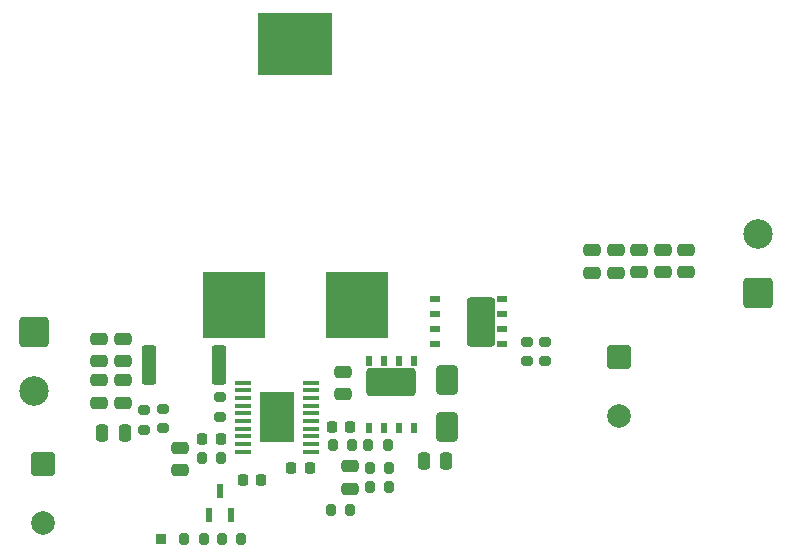
<source format=gbr>
%TF.GenerationSoftware,KiCad,Pcbnew,9.0.6*%
%TF.CreationDate,2026-02-11T18:38:51+01:00*%
%TF.ProjectId,Boost converter,426f6f73-7420-4636-9f6e-766572746572,B*%
%TF.SameCoordinates,Original*%
%TF.FileFunction,Soldermask,Top*%
%TF.FilePolarity,Negative*%
%FSLAX46Y46*%
G04 Gerber Fmt 4.6, Leading zero omitted, Abs format (unit mm)*
G04 Created by KiCad (PCBNEW 9.0.6) date 2026-02-11 18:38:51*
%MOMM*%
%LPD*%
G01*
G04 APERTURE LIST*
G04 Aperture macros list*
%AMRoundRect*
0 Rectangle with rounded corners*
0 $1 Rounding radius*
0 $2 $3 $4 $5 $6 $7 $8 $9 X,Y pos of 4 corners*
0 Add a 4 corners polygon primitive as box body*
4,1,4,$2,$3,$4,$5,$6,$7,$8,$9,$2,$3,0*
0 Add four circle primitives for the rounded corners*
1,1,$1+$1,$2,$3*
1,1,$1+$1,$4,$5*
1,1,$1+$1,$6,$7*
1,1,$1+$1,$8,$9*
0 Add four rect primitives between the rounded corners*
20,1,$1+$1,$2,$3,$4,$5,0*
20,1,$1+$1,$4,$5,$6,$7,0*
20,1,$1+$1,$6,$7,$8,$9,0*
20,1,$1+$1,$8,$9,$2,$3,0*%
G04 Aperture macros list end*
%ADD10R,0.860001X0.509999*%
%ADD11RoundRect,0.366000X-0.854000X-1.734717X0.854000X-1.734717X0.854000X1.734717X-0.854000X1.734717X0*%
%ADD12R,0.509999X0.860001*%
%ADD13RoundRect,0.366000X1.734717X-0.854000X1.734717X0.854000X-1.734717X0.854000X-1.734717X-0.854000X0*%
%ADD14RoundRect,0.200000X0.200000X0.275000X-0.200000X0.275000X-0.200000X-0.275000X0.200000X-0.275000X0*%
%ADD15R,0.558800X1.270000*%
%ADD16R,0.850000X0.850000*%
%ADD17RoundRect,0.250000X0.475000X-0.250000X0.475000X0.250000X-0.475000X0.250000X-0.475000X-0.250000X0*%
%ADD18RoundRect,0.250000X1.000000X-1.000000X1.000000X1.000000X-1.000000X1.000000X-1.000000X-1.000000X0*%
%ADD19C,2.500000*%
%ADD20RoundRect,0.250000X-0.475000X0.250000X-0.475000X-0.250000X0.475000X-0.250000X0.475000X0.250000X0*%
%ADD21RoundRect,0.200000X-0.200000X-0.275000X0.200000X-0.275000X0.200000X0.275000X-0.200000X0.275000X0*%
%ADD22RoundRect,0.250000X-0.362500X-1.425000X0.362500X-1.425000X0.362500X1.425000X-0.362500X1.425000X0*%
%ADD23RoundRect,0.225000X-0.225000X-0.250000X0.225000X-0.250000X0.225000X0.250000X-0.225000X0.250000X0*%
%ADD24RoundRect,0.225000X0.225000X0.250000X-0.225000X0.250000X-0.225000X-0.250000X0.225000X-0.250000X0*%
%ADD25RoundRect,0.200000X-0.275000X0.200000X-0.275000X-0.200000X0.275000X-0.200000X0.275000X0.200000X0*%
%ADD26RoundRect,0.200000X0.275000X-0.200000X0.275000X0.200000X-0.275000X0.200000X-0.275000X-0.200000X0*%
%ADD27R,1.422400X0.355600*%
%ADD28R,2.997200X4.191000*%
%ADD29RoundRect,0.250000X-0.750000X0.750000X-0.750000X-0.750000X0.750000X-0.750000X0.750000X0.750000X0*%
%ADD30C,2.000000*%
%ADD31RoundRect,0.250000X0.250000X0.475000X-0.250000X0.475000X-0.250000X-0.475000X0.250000X-0.475000X0*%
%ADD32RoundRect,0.250000X-0.650000X1.000000X-0.650000X-1.000000X0.650000X-1.000000X0.650000X1.000000X0*%
%ADD33RoundRect,0.250000X-0.250000X-0.475000X0.250000X-0.475000X0.250000X0.475000X-0.250000X0.475000X0*%
%ADD34RoundRect,0.250000X-1.000000X1.000000X-1.000000X-1.000000X1.000000X-1.000000X1.000000X1.000000X0*%
%ADD35R,5.334000X5.588000*%
%ADD36R,6.350000X5.283200*%
G04 APERTURE END LIST*
D10*
%TO.C,Q2*%
X180250000Y-134690000D03*
X180250000Y-135960000D03*
X180250000Y-137230000D03*
X180250000Y-138500000D03*
X185889998Y-138500000D03*
X185889998Y-137230000D03*
X185889998Y-135960000D03*
D11*
X184089999Y-136590720D03*
D10*
X185889998Y-134690000D03*
%TD*%
D12*
%TO.C,Q1*%
X174595000Y-145569999D03*
X175865000Y-145569999D03*
X177135000Y-145569999D03*
X178405000Y-145569999D03*
X178405000Y-139930001D03*
X177135000Y-139930001D03*
X175865000Y-139930001D03*
D13*
X176495720Y-141730000D03*
D12*
X174595000Y-139930001D03*
%TD*%
D14*
%TO.C,R6*%
X163825000Y-155000000D03*
X162175000Y-155000000D03*
%TD*%
%TO.C,R3*%
X160650000Y-155000000D03*
X159000000Y-155000000D03*
%TD*%
D15*
%TO.C,MOSFET1*%
X161047500Y-153000000D03*
X162952500Y-153000000D03*
X162000000Y-150917200D03*
%TD*%
D16*
%TO.C,J3*%
X157000000Y-155000000D03*
%TD*%
D14*
%TO.C,R14*%
X176325000Y-150600000D03*
X174675000Y-150600000D03*
%TD*%
D17*
%TO.C,C18*%
X197500000Y-132400000D03*
X197500000Y-130500000D03*
%TD*%
D18*
%TO.C,J2*%
X207567500Y-134200000D03*
D19*
X207567500Y-129200000D03*
%TD*%
D20*
%TO.C,C16*%
X153800000Y-141550000D03*
X153800000Y-143450000D03*
%TD*%
D21*
%TO.C,R13*%
X174675000Y-149000000D03*
X176325000Y-149000000D03*
%TD*%
D22*
%TO.C,R5*%
X156037500Y-140250000D03*
X161962500Y-140250000D03*
%TD*%
D17*
%TO.C,C15*%
X153800000Y-139950000D03*
X153800000Y-138050000D03*
%TD*%
D21*
%TO.C,R11*%
X171375000Y-152500000D03*
X173025000Y-152500000D03*
%TD*%
D23*
%TO.C,C3*%
X160525000Y-146500000D03*
X162075000Y-146500000D03*
%TD*%
D24*
%TO.C,C1*%
X165500000Y-150000000D03*
X163950000Y-150000000D03*
%TD*%
D21*
%TO.C,R7*%
X160475000Y-148100000D03*
X162125000Y-148100000D03*
%TD*%
D20*
%TO.C,C4*%
X172400000Y-140850000D03*
X172400000Y-142750000D03*
%TD*%
D25*
%TO.C,R15*%
X187970000Y-138300000D03*
X187970000Y-139950000D03*
%TD*%
D17*
%TO.C,C19*%
X199500000Y-132400000D03*
X199500000Y-130500000D03*
%TD*%
%TO.C,C9*%
X195500000Y-132450000D03*
X195500000Y-130550000D03*
%TD*%
D21*
%TO.C,R8*%
X171550000Y-147000000D03*
X173200000Y-147000000D03*
%TD*%
%TO.C,R10*%
X174575000Y-147000000D03*
X176225000Y-147000000D03*
%TD*%
D26*
%TO.C,R2*%
X155600000Y-145725000D03*
X155600000Y-144075000D03*
%TD*%
D25*
%TO.C,R4*%
X162000000Y-142975000D03*
X162000000Y-144625000D03*
%TD*%
D17*
%TO.C,C14*%
X151800000Y-139950000D03*
X151800000Y-138050000D03*
%TD*%
D23*
%TO.C,C5*%
X171475000Y-145500000D03*
X173025000Y-145500000D03*
%TD*%
D27*
%TO.C,U1*%
X164000000Y-141750000D03*
X164000000Y-142400001D03*
X164000000Y-143049999D03*
X164000000Y-143700001D03*
X164000000Y-144349999D03*
X164000000Y-144999998D03*
X164000000Y-145649999D03*
X164000000Y-146299998D03*
X164000000Y-146949999D03*
X164000000Y-147599998D03*
X169689600Y-147600000D03*
X169689600Y-146950002D03*
X169689600Y-146300001D03*
X169689600Y-145650002D03*
X169689600Y-145000001D03*
X169689600Y-144350002D03*
X169689600Y-143700001D03*
X169689600Y-143050002D03*
X169689600Y-142400001D03*
X169689600Y-141750002D03*
D28*
X166844800Y-144675000D03*
%TD*%
D29*
%TO.C,C10*%
X195800000Y-139600000D03*
D30*
X195800000Y-144600000D03*
%TD*%
D20*
%TO.C,C13*%
X151800000Y-141550000D03*
X151800000Y-143450000D03*
%TD*%
D24*
%TO.C,C6*%
X169600000Y-149000000D03*
X168050000Y-149000000D03*
%TD*%
D17*
%TO.C,C2*%
X158600000Y-149150000D03*
X158600000Y-147250000D03*
%TD*%
D31*
%TO.C,C8*%
X181150000Y-148400000D03*
X179250000Y-148400000D03*
%TD*%
D25*
%TO.C,R12*%
X189500000Y-138300000D03*
X189500000Y-139950000D03*
%TD*%
D29*
%TO.C,C12*%
X147000000Y-148632323D03*
D30*
X147000000Y-153632323D03*
%TD*%
D32*
%TO.C,D1*%
X181250000Y-141500000D03*
X181250000Y-145500000D03*
%TD*%
D33*
%TO.C,C17*%
X152050000Y-146000000D03*
X153950000Y-146000000D03*
%TD*%
D17*
%TO.C,C11*%
X193500000Y-132450000D03*
X193500000Y-130550000D03*
%TD*%
D25*
%TO.C,R1*%
X157200000Y-143975000D03*
X157200000Y-145625000D03*
%TD*%
D17*
%TO.C,C7*%
X173000000Y-150750000D03*
X173000000Y-148850000D03*
%TD*%
D34*
%TO.C,J1*%
X146232500Y-137500000D03*
D19*
X146232500Y-142500000D03*
%TD*%
D35*
%TO.C,L1*%
X163184999Y-135161301D03*
X173614998Y-135161301D03*
D36*
X168400000Y-113086300D03*
%TD*%
D17*
%TO.C,C20*%
X201500000Y-132400000D03*
X201500000Y-130500000D03*
%TD*%
M02*

</source>
